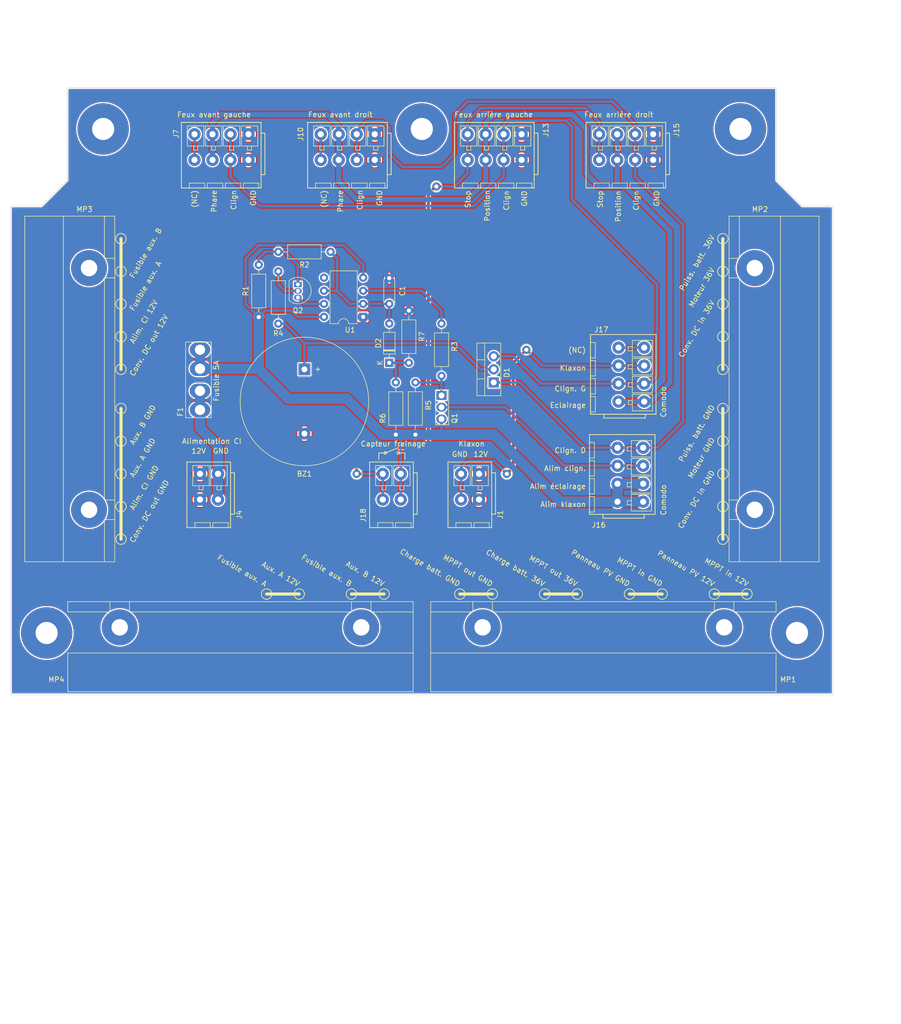
<source format=kicad_pcb>
(kicad_pcb (version 20211014) (generator pcbnew)

  (general
    (thickness 1.6)
  )

  (paper "A4")
  (layers
    (0 "F.Cu" signal)
    (31 "B.Cu" signal)
    (32 "B.Adhes" user "B.Adhesive")
    (33 "F.Adhes" user "F.Adhesive")
    (34 "B.Paste" user)
    (35 "F.Paste" user)
    (36 "B.SilkS" user "B.Silkscreen")
    (37 "F.SilkS" user "F.Silkscreen")
    (38 "B.Mask" user)
    (39 "F.Mask" user)
    (40 "Dwgs.User" user "User.Drawings")
    (41 "Cmts.User" user "User.Comments")
    (42 "Eco1.User" user "User.Eco1")
    (43 "Eco2.User" user "User.Eco2")
    (44 "Edge.Cuts" user)
    (45 "Margin" user)
    (46 "B.CrtYd" user "B.Courtyard")
    (47 "F.CrtYd" user "F.Courtyard")
    (48 "B.Fab" user)
    (49 "F.Fab" user)
    (50 "User.1" user)
    (51 "User.2" user)
    (52 "User.3" user)
    (53 "User.4" user)
    (54 "User.5" user)
    (55 "User.6" user)
    (56 "User.7" user)
    (57 "User.8" user)
    (58 "User.9" user)
  )

  (setup
    (stackup
      (layer "F.SilkS" (type "Top Silk Screen"))
      (layer "F.Paste" (type "Top Solder Paste"))
      (layer "F.Mask" (type "Top Solder Mask") (thickness 0.01))
      (layer "F.Cu" (type "copper") (thickness 0.035))
      (layer "dielectric 1" (type "core") (thickness 1.51) (material "FR4") (epsilon_r 4.5) (loss_tangent 0.02))
      (layer "B.Cu" (type "copper") (thickness 0.035))
      (layer "B.Mask" (type "Bottom Solder Mask") (thickness 0.01))
      (layer "B.Paste" (type "Bottom Solder Paste"))
      (layer "B.SilkS" (type "Bottom Silk Screen"))
      (copper_finish "None")
      (dielectric_constraints no)
    )
    (pad_to_mask_clearance 0)
    (pcbplotparams
      (layerselection 0x00010e0_ffffffff)
      (disableapertmacros false)
      (usegerberextensions false)
      (usegerberattributes true)
      (usegerberadvancedattributes true)
      (creategerberjobfile true)
      (svguseinch false)
      (svgprecision 6)
      (excludeedgelayer true)
      (plotframeref false)
      (viasonmask false)
      (mode 1)
      (useauxorigin false)
      (hpglpennumber 1)
      (hpglpenspeed 20)
      (hpglpendiameter 15.000000)
      (dxfpolygonmode true)
      (dxfimperialunits true)
      (dxfusepcbnewfont true)
      (psnegative false)
      (psa4output false)
      (plotreference true)
      (plotvalue true)
      (plotinvisibletext false)
      (sketchpadsonfab false)
      (subtractmaskfromsilk false)
      (outputformat 1)
      (mirror false)
      (drillshape 0)
      (scaleselection 1)
      (outputdirectory "")
    )
  )

  (net 0 "")
  (net 1 "GND")
  (net 2 "Net-(F1-Pad2)")
  (net 3 "Net-(D1-Pad1)")
  (net 4 "unconnected-(J7-Pad4)")
  (net 5 "unconnected-(J10-Pad4)")
  (net 6 "/Phares")
  (net 7 "Net-(J13-Pad4)")
  (net 8 "Net-(J1-Pad2)")
  (net 9 "/Flasher/Out")
  (net 10 "unconnected-(J17-Pad4)")
  (net 11 "/12V_5A")
  (net 12 "Net-(Q1-Pad1)")
  (net 13 "Net-(C1-Pad1)")
  (net 14 "Net-(D1-Pad3)")
  (net 15 "Net-(Q2-Pad1)")
  (net 16 "unconnected-(U1-Pad5)")
  (net 17 "Net-(Q2-Pad2)")
  (net 18 "/Flasher/Enable")
  (net 19 "Net-(Q2-Pad3)")
  (net 20 "Net-(R3-Pad1)")
  (net 21 "Net-(D2-Pad1)")

  (footprint "circuit:Wago_221-500_SplicingConnectorHolder" (layer "F.Cu") (at 95.25 82.55 90))

  (footprint "circuit:MountingHole_5mm" (layer "F.Cu") (at 87 130))

  (footprint "circuit:Buzzer_25x16_12.5" (layer "F.Cu") (at 137.16 78.74 -90))

  (footprint "circuit:Wago_221-500_SplicingConnectorHolder" (layer "F.Cu") (at 124.714 128.905 180))

  (footprint "circuit:Multicomp_MCCQ-122" (layer "F.Cu") (at 116.84 74.93 -90))

  (footprint "circuit:TerminalBlock_Wago_2601-3102_1x02_P3.50mm_Vertical" (layer "F.Cu") (at 120.340003 104.06 180))

  (footprint "Resistor_THT:R_Axial_DIN0207_L6.3mm_D2.5mm_P10.16mm_Horizontal" (layer "F.Cu") (at 163.83 69.85 -90))

  (footprint "circuit:MountingHole_5mm" (layer "F.Cu") (at 98 32))

  (footprint "circuit:TerminalBlock_Wago_2601-3104_1x04_P3.50mm_Vertical" (layer "F.Cu") (at 179.410004 38.02 180))

  (footprint "Package_DIP:DIP-8_W7.62mm" (layer "F.Cu") (at 148.59 68.54 180))

  (footprint "circuit:Strap_D2.0mm_Drill1.0mm" (layer "F.Cu") (at 176.53 99.06))

  (footprint "circuit:TerminalBlock_Wago_2601-3104_1x04_P3.50mm_Vertical" (layer "F.Cu") (at 205.010004 38.02 180))

  (footprint "circuit:MountingHole_5mm" (layer "F.Cu") (at 222 32))

  (footprint "circuit:TO-220-3_Vertical" (layer "F.Cu") (at 173.99 81.28 90))

  (footprint "Package_TO_SOT_THT:TO-92L_Inline" (layer "F.Cu") (at 135.89 62.23 -90))

  (footprint "circuit:TerminalBlock_Wago_2601-3104_1x04_P3.50mm_Vertical" (layer "F.Cu") (at 126.270004 38.02 180))

  (footprint "Resistor_THT:R_Axial_DIN0207_L6.3mm_D2.5mm_P10.16mm_Horizontal" (layer "F.Cu") (at 157.48 77.47 90))

  (footprint "circuit:TerminalBlock_Wago_2601-3104_1x04_P3.50mm_Vertical" (layer "F.Cu") (at 198.07 104.480004 90))

  (footprint "Resistor_THT:R_Axial_DIN0207_L6.3mm_D2.5mm_P10.16mm_Horizontal" (layer "F.Cu") (at 158.75 91.44 90))

  (footprint "circuit:Wago_221-500_SplicingConnectorHolder" (layer "F.Cu") (at 224.79 82.55 -90))

  (footprint "Resistor_THT:R_Axial_DIN0207_L6.3mm_D2.5mm_P10.16mm_Horizontal" (layer "F.Cu") (at 132.08 59.69 -90))

  (footprint "circuit:MountingHole_5mm" (layer "F.Cu") (at 160 32))

  (footprint "Resistor_THT:R_Axial_DIN0207_L6.3mm_D2.5mm_P10.16mm_Horizontal" (layer "F.Cu") (at 154.94 91.44 90))

  (footprint "circuit:Strap_D2.0mm_Drill1.0mm" (layer "F.Cu") (at 147.32 99.06))

  (footprint "Resistor_THT:R_Axial_DIN0207_L6.3mm_D2.5mm_P10.16mm_Horizontal" (layer "F.Cu") (at 128.27 68.58 90))

  (footprint "Resistor_THT:R_Axial_DIN0207_L6.3mm_D2.5mm_P10.16mm_Horizontal" (layer "F.Cu") (at 132.08 55.88))

  (footprint "circuit:Strap_D2.0mm_Drill1.0mm" (layer "F.Cu") (at 180.34 74.93))

  (footprint "Capacitor_THT:C_Disc_D4.3mm_W1.9mm_P5.00mm" (layer "F.Cu") (at 153.67 66 90))

  (footprint "circuit:Strap_D2.0mm_Drill1.0mm" (layer "F.Cu") (at 162.83 43.18))

  (footprint "circuit:TerminalBlock_Wago_2601-3102_1x02_P3.50mm_Vertical" (layer "F.Cu") (at 171.140003 104.06 180))

  (footprint "circuit:Wago_221-500_SplicingConnectorHolder" (layer "F.Cu") (at 195.326 128.905 180))

  (footprint "circuit:TerminalBlock_Wago_2601-3102_1x02_P3.50mm_Vertical" (layer "F.Cu") (at 155.900003 104.06 180))

  (footprint "circuit:TerminalBlock_Wago_2601-3104_1x04_P3.50mm_Vertical" (layer "F.Cu") (at 198.2698 85.014998 90))

  (footprint "circuit:TO-251-3_Vertical" (layer "F.Cu") (at 163.83 83.82 -90))

  (footprint "circuit:MountingHole_5mm" (layer "F.Cu") (at 233 130))

  (footprint "circuit:TerminalBlock_Wago_2601-3104_1x04_P3.50mm_Vertical" (layer "F.Cu") (at 150.835004 38.02 180))

  (footprint "Diode_THT:D_DO-35_SOD27_P7.62mm_Horizontal" (layer "F.Cu") (at 153.67 77.47 90))

  (gr_circle (center 218.567 53.34) (end 218.567 54.356) (layer "F.SilkS") (width 0.15) (fill none) (tstamp 00cc452e-ba96-4e88-af55-18733b4ebc37))
  (gr_line (start 152.908 94.996) (end 155.448 93.98) (layer "F.SilkS") (width 0.15) (tstamp 037ebb6b-c1e3-482d-a0fb-4947fbe14174))
  (gr_circle (center 223.266 122.428) (end 224.282 122.428) (layer "F.SilkS") (width 0.15) (fill none) (tstamp 055fcf87-c6aa-4d3a-b430-5d09e34b74e5))
  (gr_circle (center 101.473 92.71) (end 101.473 93.726) (layer "F.SilkS") (width 0.15) (fill none) (tstamp 0b32eb5e-cf7d-4f91-a80b-b69cb363145f))
  (gr_circle (center 101.473 66.04) (end 101.473 67.056) (layer "F.SilkS") (width 0.15) (fill none) (tstamp 0d55e7a3-dc43-43c6-9a9a-2009d8d31a46))
  (gr_circle (center 218.567 111.76) (end 218.567 112.776) (layer "F.SilkS") (width 0.15) (fill none) (tstamp 0e0ef8f7-8f11-42c6-a45f-df3b4592f844))
  (gr_circle (center 101.473 86.36) (end 101.473 87.376) (layer "F.SilkS") (width 0.15) (fill none) (tstamp 1c60a30a-615f-448b-a49b-d8cc700366e8))
  (gr_circle (center 218.567 66.04) (end 218.567 67.056) (layer "F.SilkS") (width 0.15) (fill none) (tstamp 1eb217a3-880e-4df2-9811-286c14ac7f74))
  (gr_circle (center 101.473 59.69) (end 101.473 60.706) (layer "F.SilkS") (width 0.15) (fill none) (tstamp 21c33e54-0519-410a-b68d-8ed076ea3b1e))
  (gr_circle (center 218.567 105.41) (end 218.567 106.426) (layer "F.SilkS") (width 0.15) (fill none) (tstamp 22f715ec-100a-4c8e-ab3e-fe94307aa39f))
  (gr_line (start 151.638 94.996) (end 152.908 94.996) (layer "F.SilkS") (width 0.15) (tstamp 2665a517-cfa8-4700-85c7-f742ee9f908d))
  (gr_line (start 218.567 111.76) (end 218.567 86.36) (layer "F.SilkS") (width 0.6) (tstamp 267ab17e-424b-4c5b-bf96-65deaaa5db5d))
  (gr_line (start 167.386 122.428) (end 173.736 122.428) (layer "F.SilkS") (width 0.6) (tstamp 276e2239-1b6d-4c52-a207-9385ed3216ee))
  (gr_circle (center 200.406 122.428) (end 200.406 123.444) (layer "F.SilkS") (width 0.15) (fill none) (tstamp 30a29d66-4141-4259-8081-d6952d8bac58))
  (gr_line (start 151.638 96.266) (end 151.638 94.996) (layer "F.SilkS") (width 0.15) (tstamp 317163f5-2dcf-44f7-ad22-042c6ecaf6a0))
  (gr_circle (center 218.567 86.36) (end 218.567 87.376) (layer "F.SilkS") (width 0.15) (fill none) (tstamp 3415d0f1-a5ec-4da2-977b-59cdf177a34e))
  (gr_circle (center 152.908 94.996) (end 152.908 95.25) (layer "F.SilkS") (width 0.15) (fill none) (tstamp 3ba68855-4f8b-4d02-b57a-7a757e623ac6))
  (gr_line (start 156.718 96.266) (end 156.718 94.996) (layer "F.SilkS") (width 0.15) (tstamp 4884cbfa-0b58-4e04-88a2-8b0679a49cfe))
  (gr_circle (center 173.736 122.428) (end 174.752 122.428) (layer "F.SilkS") (width 0.15) (fill none) (tstamp 4ae8d5b6-ac5e-42d2-b8f3-c8cc021daa80))
  (gr_circle (center 101.473 72.39) (end 101.473 73.406) (layer "F.SilkS") (width 0.15) (fill none) (tstamp 51e3ee0a-facb-4db4-9532-340a50f8f1f2))
  (gr_circle (center 206.756 122.428) (end 207.772 122.428) (layer "F.SilkS") (width 0.15) (fill none) (tstamp 556aaf9d-07f6-43f6-8fc0-4e9785c941f1))
  (gr_circle (center 101.473 111.76) (end 101.473 112.776) (layer "F.SilkS") (width 0.15) (fill none) (tstamp 5bf0cce5-0f16-48e1-8027-73d52d0770a7))
  (gr_line (start 155.448 94.996) (end 156.718 94.996) (layer "F.SilkS") (width 0.15) (tstamp 64594d5f-3d87-4b12-b761-9dd43370d25f))
  (gr_line (start 101.473 111.76) (end 101.473 86.36) (layer "F.SilkS") (width 0.6) (tstamp 6880ab3e-a6aa-4a14-9152-a9eb9358d1fc))
  (gr_circle (center 152.654 122.428) (end 153.67 122.428) (layer "F.SilkS") (width 0.15) (fill none) (tstamp 6a0bff84-e9d8-41a3-aabe-ad4db7905799))
  (gr_circle (center 155.448 94.996) (end 155.448 95.25) (layer "F.SilkS") (width 0.15) (fill none) (tstamp 70832878-fccb-4304-88d0-2e6b8d58c95c))
  (gr_line (start 129.794 122.428) (end 136.144 122.428) (layer "F.SilkS") (width 0.6) (tstamp 762ff740-3b01-4bc8-872a-9874ec8e35e1))
  (gr_circle (center 218.567 72.39) (end 218.567 73.406) (layer "F.SilkS") (width 0.15) (fill none) (tstamp 82d429c8-e93d-4f0a-b38e-c4998fc025d4))
  (gr_circle (center 218.567 99.06) (end 218.567 100.076) (layer "F.SilkS") (width 0.15) (fill none) (tstamp 8c73b2a6-3a37-44e3-a20a-4d59420eda58))
  (gr_circle (center 136.144 122.428) (end 137.16 122.428) (layer "F.SilkS") (width 0.15) (fill none) (tstamp 8c76b169-ab5a-4294-b011-8cc6dbfede52))
  (gr_line (start 146.304 122.428) (end 152.654 122.428) (layer "F.SilkS") (width 0.6) (tstamp 91be0c4d-31d3-4e82-bf1f-77f12a0724d3))
  (gr_circle (center 101.473 78.74) (end 101.473 79.756) (layer "F.SilkS") (width 0.15) (fill none) (tstamp 92debe54-aa60-4d78-93c4-7bed450025c3))
  (gr_circle (center 183.896 122.428) (end 183.896 123.444) (layer "F.SilkS") (width 0.15) (fill none) (tstamp 9e269d91-7d17-4c00-b467-153271320d02))
  (gr_line (start 200.406 122.428) (end 206.756 122.428) (layer "F.SilkS") (width 0.6) (tstamp 9f5f49d5-5120-4673-b032-f8b828707780))
  (gr_circle (center 218.567 78.74) (end 218.567 79.756) (layer "F.SilkS") (width 0.15) (fill none) (tstamp ae522db0-de0e-46c6-a5db-2a3e5dc1e2c8))
  (gr_line (start 183.896 122.428) (end 190.246 122.428) (layer "F.SilkS") (width 0.6) (tstamp b9dd1e64-81b6-4cb3-a41a-714927a1f651))
  (gr_line (start 216.916 122.428) (end 223.266 122.428) (layer "F.SilkS") (width 0.6) (tstamp bd1578a3-4a14-4bd9-bd84-0de04e146746))
  (gr_line (start 218.567 78.74) (end 218.567 53.34) (layer "F.SilkS") (width 0.6) (tstamp c385224b-423f-40f8-919d-7bb5706505b4))
  (gr_circle (center 101.473 53.34) (end 101.473 54.356) (layer "F.SilkS") (width 0.15) (fill none) (tstamp c52275f8-949a-4fec-91e2-a5d4834b2abf))
  (gr_circle (center 190.246 122.428) (end 191.262 122.428) (layer "F.SilkS") (width 0.15) (fill none) (tstamp c623ebf3-b72b-47a6-99f0-44d878243028))
  (gr_circle (center 146.304 122.428) (end 146.304 123.444) (layer "F.SilkS") (width 0.15) (fill none) (tstamp d76ff1a7-35b0-4008-84bc-2c8ee966a14c))
  (gr_circle (center 218.567 92.71) (end 218.567 93.726) (layer "F.SilkS") (width 0.15) (fill none) (tstamp dd06bd11-c251-457b-b962-c3f96bc19116))
  (gr_circle (center 101.473 105.41) (end 101.473 106.426) (layer "F.SilkS") (width 0.15) (fill none) (tstamp e0a52752-2d8f-477c-9516-b9400a50c85b))
  (gr_line (start 101.473 78.74) (end 101.473 53.34) (layer "F.SilkS") (width 0.6) (tstamp e16a7896-6132-41a2-88b1-6a30824e02f1))
  (gr_circle (center 218.567 59.69) (end 218.567 60.706) (layer "F.SilkS") (width 0.15) (fill none) (tstamp e613b6cd-fa9d-4fee-b77c-739df61b24e7))
  (gr_circle (center 129.794 122.428) (end 129.794 123.444) (layer "F.SilkS") (width 0.15) (fill none) (tstamp ec541a50-51a5-45b4-bd93-6dc3c5da4675))
  (gr_circle (center 167.386 122.428) (end 167.386 123.444) (layer "F.SilkS") (width 0.15) (fill none) (tstamp f896295d-a092-487a-b396-fb2265acf685))
  (gr_circle (center 216.916 122.428) (end 216.916 123.444) (layer "F.SilkS") (width 0.15) (fill none) (tstamp f96da55c-37fd-441a-97cf-2faa4effb06f))
  (gr_circle (center 101.473 99.06) (end 101.473 100.076) (layer "F.SilkS") (width 0.15) (fill none) (tstamp ff786ef8-333e-498b-b6d9-09fa2cc3b86f))
  (gr_line (start 80 142) (end 240 142) (layer "Edge.Cuts") (width 0.1) (tstamp 0653d88d-1431-47ec-b679-ea373d096b5c))
  (gr_line (start 91 42) (end 86 47) (layer "Edge.Cuts") (width 0.1) (tstamp 20031590-d6a9-4d4d-aeb2-12d6c03d848d))
  (gr_line (start 80 47) (end 80 142) (layer "Edge.Cuts") (width 0.1) (tstamp 309b270e-f689-4205-9d34-2966e857793a))
  (gr_line (start 86 47) (end 80 47) (layer "Edge.Cuts") (width 0.1) (tstamp 67fc2518-2259-460f-b3b5-dc49255b47ce))
  (gr_line (start 240 142) (end 240 47) (layer "Edge.Cuts") (width 0.1) (tstamp 835448c7-ec80-4766-a6c1-a5a582a55684))
  (gr_line (start 229 42) (end 229 24) (layer "Edge.Cuts") (width 0.1) (tstamp bc28053b-c624-471c-bafd-fe221ed3a78b))
  (gr_line (start 240 47) (end 234 47) (layer "Edge.Cuts") (width 0.1) (tstamp dc7f8437-4519-40a8-853e-b8c64fff5080))
  (gr_line (start 234 47) (end 229 42) (layer "Edge.Cuts") (width 0.1) (tstamp df39f544-6a68-4dec-9837-3610e712e7fc))
  (gr_line (start 91 24) (end 91 42) (layer "Edge.Cuts") (width 0.1) (tstamp e7d07347-8f92-4757-b77d-096737c09350))
  (gr_line (start 229 24) (end 91 24) (layer "Edge.Cuts") (width 0.1) (tstamp f1732b78-e412-478b-a411-26b6d186de6e))
  (gr_circle (center 87 155) (end 91.25 155) (layer "User.1") (width 0.15) (fill none) (tstamp 0f5c4b30-c0ff-4ea9-8609-d16608af6988))
  (gr_circle (center 135 32) (end 137.5 32) (layer "User.1") (width 0.15) (fill none) (tstamp 0f919cdd-a5f3-4b85-a8b8-f7065671d670))
  (gr_circle (center 87 155) (end 89.5 155) (layer "User.1") (width 0.15) (fill none) (tstamp 1187039d-a799-4aed-80bb-8527df2487de))
  (gr_line (start 242 43) (end 242 163) (layer "User.1") (width 0.15) (tstamp 1239a899-2d86-437c-a7c6-a45c750b797b))
  (gr_arc (start 207 61) (mid 200 68) (end 193 61) (layer "User.1") (width 0.15) (tstamp 19cedc73-39dd-45d0-ae7f-105d2c115b1e))
  (gr_circle (center 233 105) (end 235.5 105) (layer "User.1") (width 0.15) (fill none) (tstamp 1a01cc57-ad0b-4768-9efd-187cae7f663b))
  (gr_line (start 90 21) (end 90 36) (layer "User.1") (width 0.15) (tstamp 1a205cc7-d510-4f63-9e52-660d5e978809))
  (gr_circle (center 87 105) (end 91.25 105) (layer "User.1") (width 0.15) (fill none) (tstamp 1a78e0d8-e7a6-4444-9d43-305bebf0cf56))
  (gr_circle (center 160 32) (end 162.5 32) (layer "User.1") (width 0.15) (fill none) (tstamp 264f73fc-8dd8-4ffe-b620-caf2bcdd322e))
  (gr_circle (center 222 32) (end 224.5 32) (layer "User.1") (width 0.15) (fill none) (tstamp 2b112852-55b9-41a2-a3ef-e24676023acd))
  (gr_circle (center 87 180) (end 91.25 180) (layer "User.1") (width 0.15) (fill none) (tstamp 4204a84a-3d76-439d-8018-f4a035974e78))
  (gr_circle (center 87 130) (end 91.25 130) (layer "User.1") (width 0.15) (fill none) (tstamp 44005962-93be-4e03-8c07-87281a28b9fb))
  (gr_line (start 113 61) (end 113 55) (layer "User.1") (width 0.15) (tstamp 486936d5-07fe-4338-a7d3-4884516399c8))
  (gr_line (start 83 43) (end 78 43) (layer "User.1") (width 0.15) (tstamp 48e1d1b8-ab30-404d-aefc-b1a414460db6))
  (gr_line (start 78 43) (end 78 188) (layer "User.1") (width 0.15) (tstamp 4a3f2107-acc7-4455-bbbc-54a90e7549f4))
... [952564 chars truncated]
</source>
